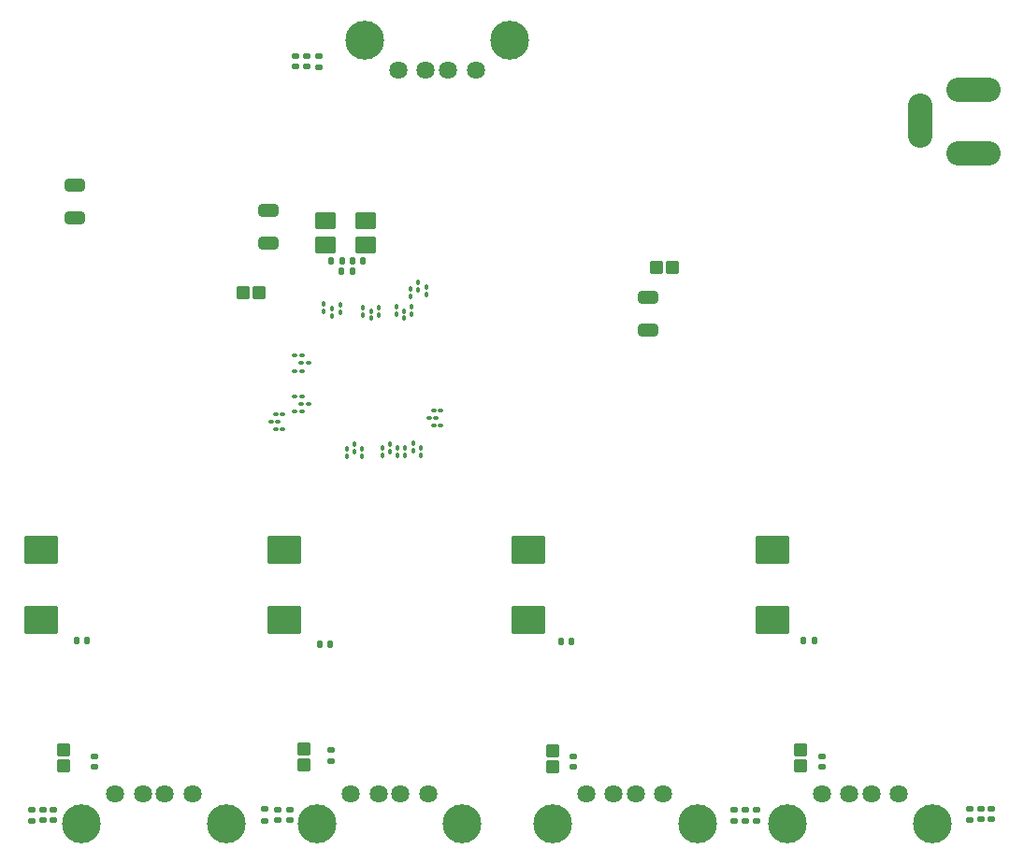
<source format=gbr>
%TF.GenerationSoftware,KiCad,Pcbnew,9.0.1*%
%TF.CreationDate,2025-04-16T23:17:08-05:00*%
%TF.ProjectId,DeskHub,4465736b-4875-4622-9e6b-696361645f70,rev?*%
%TF.SameCoordinates,Original*%
%TF.FileFunction,Soldermask,Bot*%
%TF.FilePolarity,Negative*%
%FSLAX46Y46*%
G04 Gerber Fmt 4.6, Leading zero omitted, Abs format (unit mm)*
G04 Created by KiCad (PCBNEW 9.0.1) date 2025-04-16 23:17:08*
%MOMM*%
%LPD*%
G01*
G04 APERTURE LIST*
G04 Aperture macros list*
%AMRoundRect*
0 Rectangle with rounded corners*
0 $1 Rounding radius*
0 $2 $3 $4 $5 $6 $7 $8 $9 X,Y pos of 4 corners*
0 Add a 4 corners polygon primitive as box body*
4,1,4,$2,$3,$4,$5,$6,$7,$8,$9,$2,$3,0*
0 Add four circle primitives for the rounded corners*
1,1,$1+$1,$2,$3*
1,1,$1+$1,$4,$5*
1,1,$1+$1,$6,$7*
1,1,$1+$1,$8,$9*
0 Add four rect primitives between the rounded corners*
20,1,$1+$1,$2,$3,$4,$5,0*
20,1,$1+$1,$4,$5,$6,$7,0*
20,1,$1+$1,$6,$7,$8,$9,0*
20,1,$1+$1,$8,$9,$2,$3,0*%
G04 Aperture macros list end*
%ADD10O,4.904000X2.204000*%
%ADD11O,2.204000X4.904000*%
%ADD12C,1.632000*%
%ADD13C,3.520000*%
%ADD14RoundRect,0.140000X-0.170000X0.140000X-0.170000X-0.140000X0.170000X-0.140000X0.170000X0.140000X0*%
%ADD15RoundRect,0.102000X0.485000X-0.500000X0.485000X0.500000X-0.485000X0.500000X-0.485000X-0.500000X0*%
%ADD16RoundRect,0.100000X0.130000X0.100000X-0.130000X0.100000X-0.130000X-0.100000X0.130000X-0.100000X0*%
%ADD17RoundRect,0.100000X0.100000X-0.130000X0.100000X0.130000X-0.100000X0.130000X-0.100000X-0.130000X0*%
%ADD18RoundRect,0.100000X-0.100000X0.130000X-0.100000X-0.130000X0.100000X-0.130000X0.100000X0.130000X0*%
%ADD19RoundRect,0.135000X0.185000X-0.135000X0.185000X0.135000X-0.185000X0.135000X-0.185000X-0.135000X0*%
%ADD20RoundRect,0.102000X0.800000X0.625000X-0.800000X0.625000X-0.800000X-0.625000X0.800000X-0.625000X0*%
%ADD21RoundRect,0.140000X0.170000X-0.140000X0.170000X0.140000X-0.170000X0.140000X-0.170000X-0.140000X0*%
%ADD22RoundRect,0.100000X-0.130000X-0.100000X0.130000X-0.100000X0.130000X0.100000X-0.130000X0.100000X0*%
%ADD23RoundRect,0.102000X1.400000X-1.200000X1.400000X1.200000X-1.400000X1.200000X-1.400000X-1.200000X0*%
%ADD24RoundRect,0.140000X-0.140000X-0.170000X0.140000X-0.170000X0.140000X0.170000X-0.140000X0.170000X0*%
%ADD25RoundRect,0.250000X-0.650000X0.325000X-0.650000X-0.325000X0.650000X-0.325000X0.650000X0.325000X0*%
%ADD26RoundRect,0.135000X-0.185000X0.135000X-0.185000X-0.135000X0.185000X-0.135000X0.185000X0.135000X0*%
%ADD27RoundRect,0.135000X0.135000X0.185000X-0.135000X0.185000X-0.135000X-0.185000X0.135000X-0.185000X0*%
%ADD28RoundRect,0.140000X0.140000X0.170000X-0.140000X0.170000X-0.140000X-0.170000X0.140000X-0.170000X0*%
%ADD29RoundRect,0.250000X0.650000X-0.325000X0.650000X0.325000X-0.650000X0.325000X-0.650000X-0.325000X0*%
%ADD30RoundRect,0.102000X0.500000X0.485000X-0.500000X0.485000X-0.500000X-0.485000X0.500000X-0.485000X0*%
%ADD31RoundRect,0.102000X-0.500000X-0.485000X0.500000X-0.485000X0.500000X0.485000X-0.500000X0.485000X0*%
G04 APERTURE END LIST*
D10*
%TO.C,J2*%
X197720000Y-73015000D03*
X197720000Y-67215000D03*
D11*
X192920000Y-70015000D03*
%TD*%
D12*
%TO.C,J6*%
X183995000Y-131010000D03*
X186495000Y-131010000D03*
X188495000Y-131010000D03*
X190995000Y-131010000D03*
D13*
X180925000Y-133720000D03*
X194065000Y-133720000D03*
%TD*%
D12*
%TO.C,J5*%
X162680000Y-131010000D03*
X165180000Y-131010000D03*
X167180000Y-131010000D03*
X169680000Y-131010000D03*
D13*
X159610000Y-133720000D03*
X172750000Y-133720000D03*
%TD*%
D12*
%TO.C,J7*%
X120050000Y-131010000D03*
X122550000Y-131010000D03*
X124550000Y-131010000D03*
X127050000Y-131010000D03*
D13*
X116980000Y-133720000D03*
X130120000Y-133720000D03*
%TD*%
D12*
%TO.C,J4*%
X141365000Y-131010000D03*
X143865000Y-131010000D03*
X145865000Y-131010000D03*
X148365000Y-131010000D03*
D13*
X138295000Y-133720000D03*
X151435000Y-133720000D03*
%TD*%
D12*
%TO.C,J1*%
X152674999Y-65433197D03*
X150174999Y-65433197D03*
X148174999Y-65433197D03*
X145674999Y-65433197D03*
D13*
X155744999Y-62723197D03*
X142604999Y-62723197D03*
%TD*%
D14*
%TO.C,C16*%
X136350000Y-64200000D03*
X136350000Y-65160000D03*
%TD*%
D15*
%TO.C,FB4*%
X182075000Y-128485000D03*
X182075000Y-127015000D03*
%TD*%
D16*
%TO.C,C26*%
X149524264Y-96242893D03*
X148884264Y-96242893D03*
%TD*%
D15*
%TO.C,FB2*%
X137100000Y-128410000D03*
X137100000Y-126940000D03*
%TD*%
D17*
%TO.C,C34*%
X147700000Y-100320000D03*
X147700000Y-99680000D03*
%TD*%
D18*
%TO.C,C7*%
X143200000Y-87280000D03*
X143200000Y-87920000D03*
%TD*%
D16*
%TO.C,C4*%
X134770000Y-97292893D03*
X134130000Y-97292893D03*
%TD*%
D19*
%TO.C,R16*%
X133600000Y-133410000D03*
X133600000Y-132390000D03*
%TD*%
D16*
%TO.C,C25*%
X135194264Y-98000000D03*
X134554264Y-98000000D03*
%TD*%
D18*
%TO.C,C3*%
X139650000Y-87080000D03*
X139650000Y-87720000D03*
%TD*%
D20*
%TO.C,Y1*%
X142750000Y-81300000D03*
X139050000Y-81300000D03*
X139050000Y-79100000D03*
X142750000Y-79100000D03*
%TD*%
D21*
%TO.C,C69*%
X199350000Y-133305000D03*
X199350000Y-132345000D03*
%TD*%
D22*
%TO.C,C9*%
X136280000Y-92700000D03*
X136920000Y-92700000D03*
%TD*%
D21*
%TO.C,C65*%
X139600000Y-127990000D03*
X139600000Y-127030000D03*
%TD*%
D17*
%TO.C,C33*%
X145600000Y-100340000D03*
X145600000Y-99700000D03*
%TD*%
D19*
%TO.C,R18*%
X197450000Y-133335000D03*
X197450000Y-132315000D03*
%TD*%
D23*
%TO.C,C50*%
X113325000Y-115262500D03*
X113325000Y-108862500D03*
%TD*%
D22*
%TO.C,C31*%
X136880000Y-92000000D03*
X137520000Y-92000000D03*
%TD*%
D14*
%TO.C,C17*%
X137400000Y-64200000D03*
X137400000Y-65160000D03*
%TD*%
D18*
%TO.C,C19*%
X138942893Y-86655736D03*
X138942893Y-87295736D03*
%TD*%
D17*
%TO.C,C23*%
X148207107Y-85774264D03*
X148207107Y-85134264D03*
%TD*%
D24*
%TO.C,C55*%
X160395000Y-117200000D03*
X161355000Y-117200000D03*
%TD*%
D18*
%TO.C,C6*%
X145500000Y-86880000D03*
X145500000Y-87520000D03*
%TD*%
D21*
%TO.C,C70*%
X198400000Y-133305000D03*
X198400000Y-132345000D03*
%TD*%
D24*
%TO.C,C58*%
X182370000Y-117100000D03*
X183330000Y-117100000D03*
%TD*%
D19*
%TO.C,R17*%
X176100000Y-133460000D03*
X176100000Y-132440000D03*
%TD*%
D17*
%TO.C,C10*%
X141700000Y-99975000D03*
X141700000Y-99335000D03*
%TD*%
D21*
%TO.C,C72*%
X114425000Y-133405000D03*
X114425000Y-132445000D03*
%TD*%
%TO.C,C67*%
X177100000Y-133430000D03*
X177100000Y-132470000D03*
%TD*%
D16*
%TO.C,C20*%
X135194264Y-96585787D03*
X134554264Y-96585787D03*
%TD*%
D17*
%TO.C,C32*%
X142400000Y-100400000D03*
X142400000Y-99760000D03*
%TD*%
D21*
%TO.C,C64*%
X134750000Y-133380000D03*
X134750000Y-132420000D03*
%TD*%
D17*
%TO.C,C12*%
X147000000Y-99900000D03*
X147000000Y-99260000D03*
%TD*%
%TO.C,C2*%
X147500000Y-85350000D03*
X147500000Y-84710000D03*
%TD*%
D25*
%TO.C,C27*%
X168300000Y-86025000D03*
X168300000Y-88975000D03*
%TD*%
D22*
%TO.C,C37*%
X136280000Y-95000000D03*
X136920000Y-95000000D03*
%TD*%
D23*
%TO.C,C59*%
X179525000Y-115262500D03*
X179525000Y-108862500D03*
%TD*%
D26*
%TO.C,R6*%
X138450000Y-64170000D03*
X138450000Y-65190000D03*
%TD*%
D27*
%TO.C,R2*%
X141560000Y-83700000D03*
X140540000Y-83700000D03*
%TD*%
D24*
%TO.C,C14*%
X139612500Y-82700000D03*
X140572500Y-82700000D03*
%TD*%
D28*
%TO.C,C13*%
X142472500Y-82700000D03*
X141512500Y-82700000D03*
%TD*%
D22*
%TO.C,C30*%
X136280000Y-96400000D03*
X136920000Y-96400000D03*
%TD*%
D21*
%TO.C,C63*%
X135850000Y-133380000D03*
X135850000Y-132420000D03*
%TD*%
D15*
%TO.C,FB3*%
X159625000Y-128560000D03*
X159625000Y-127090000D03*
%TD*%
D18*
%TO.C,C28*%
X146200000Y-87280000D03*
X146200000Y-87920000D03*
%TD*%
D29*
%TO.C,C22*%
X133950000Y-81100000D03*
X133950000Y-78150000D03*
%TD*%
D22*
%TO.C,C8*%
X136880000Y-95700000D03*
X137520000Y-95700000D03*
%TD*%
D18*
%TO.C,C24*%
X140427818Y-86726447D03*
X140427818Y-87366447D03*
%TD*%
D17*
%TO.C,C41*%
X146300000Y-100340000D03*
X146300000Y-99700000D03*
%TD*%
D21*
%TO.C,C74*%
X118125000Y-128555000D03*
X118125000Y-127595000D03*
%TD*%
D24*
%TO.C,C52*%
X138570000Y-117450000D03*
X139530000Y-117450000D03*
%TD*%
D21*
%TO.C,C71*%
X184025000Y-128555000D03*
X184025000Y-127595000D03*
%TD*%
%TO.C,C66*%
X178100000Y-133430000D03*
X178100000Y-132470000D03*
%TD*%
%TO.C,C68*%
X161550000Y-128530000D03*
X161550000Y-127570000D03*
%TD*%
D23*
%TO.C,C53*%
X135391667Y-115262500D03*
X135391667Y-108862500D03*
%TD*%
D30*
%TO.C,FB5*%
X133100000Y-85650000D03*
X131630000Y-85650000D03*
%TD*%
D18*
%TO.C,C35*%
X146900000Y-86880000D03*
X146900000Y-87520000D03*
%TD*%
D17*
%TO.C,C18*%
X146792893Y-85915686D03*
X146792893Y-85275686D03*
%TD*%
D16*
%TO.C,C21*%
X149524264Y-97657107D03*
X148884264Y-97657107D03*
%TD*%
D15*
%TO.C,FB7*%
X115350000Y-128454466D03*
X115350000Y-126984466D03*
%TD*%
D31*
%TO.C,FB6*%
X169030000Y-83300000D03*
X170500000Y-83300000D03*
%TD*%
D18*
%TO.C,C29*%
X143900000Y-87000000D03*
X143900000Y-87640000D03*
%TD*%
D17*
%TO.C,C39*%
X141000000Y-100420000D03*
X141000000Y-99780000D03*
%TD*%
D16*
%TO.C,C5*%
X149100000Y-96950000D03*
X148460000Y-96950000D03*
%TD*%
D24*
%TO.C,C49*%
X116545000Y-117150000D03*
X117505000Y-117150000D03*
%TD*%
D23*
%TO.C,C56*%
X157458333Y-115262500D03*
X157458333Y-108862500D03*
%TD*%
D22*
%TO.C,C38*%
X136280000Y-91300000D03*
X136920000Y-91300000D03*
%TD*%
D17*
%TO.C,C11*%
X144900000Y-99975000D03*
X144900000Y-99335000D03*
%TD*%
D19*
%TO.C,R19*%
X112475000Y-133435000D03*
X112475000Y-132415000D03*
%TD*%
D21*
%TO.C,C73*%
X113475000Y-133405000D03*
X113475000Y-132445000D03*
%TD*%
D17*
%TO.C,C40*%
X144200000Y-100340000D03*
X144200000Y-99700000D03*
%TD*%
D29*
%TO.C,C46*%
X116400000Y-78800000D03*
X116400000Y-75850000D03*
%TD*%
D18*
%TO.C,C36*%
X142480000Y-87000000D03*
X142480000Y-87640000D03*
%TD*%
M02*

</source>
